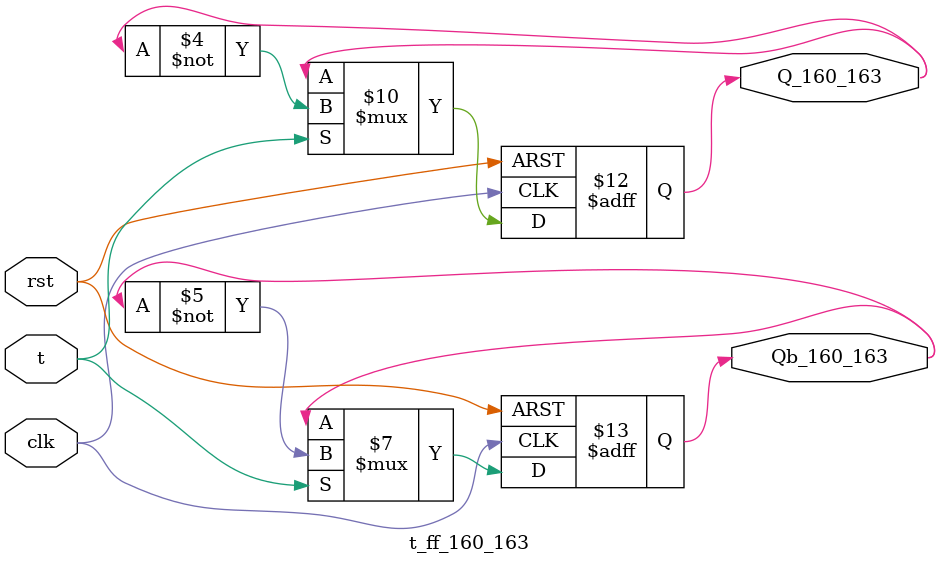
<source format=v>
`timescale 1ns / 1ps


module t_ff_160_163(
    input rst,
    input clk,
    input t,
    output reg Q_160_163,
    output reg Qb_160_163
    );
	
	always@(posedge clk or posedge rst)
	begin
	if (rst==1'b1) begin
	   Q_160_163 <= 1'b0;
	   Qb_160_163 <= 1'b1;
	end
	else if (t == 1'b0) begin
	   Q_160_163 <= Q_160_163;
	   Qb_160_163 <= Qb_160_163;
	end
	else begin
	   Q_160_163 <= ~Q_160_163;
	   Qb_160_163 <= ~Qb_160_163;
	end
	end

endmodule

</source>
